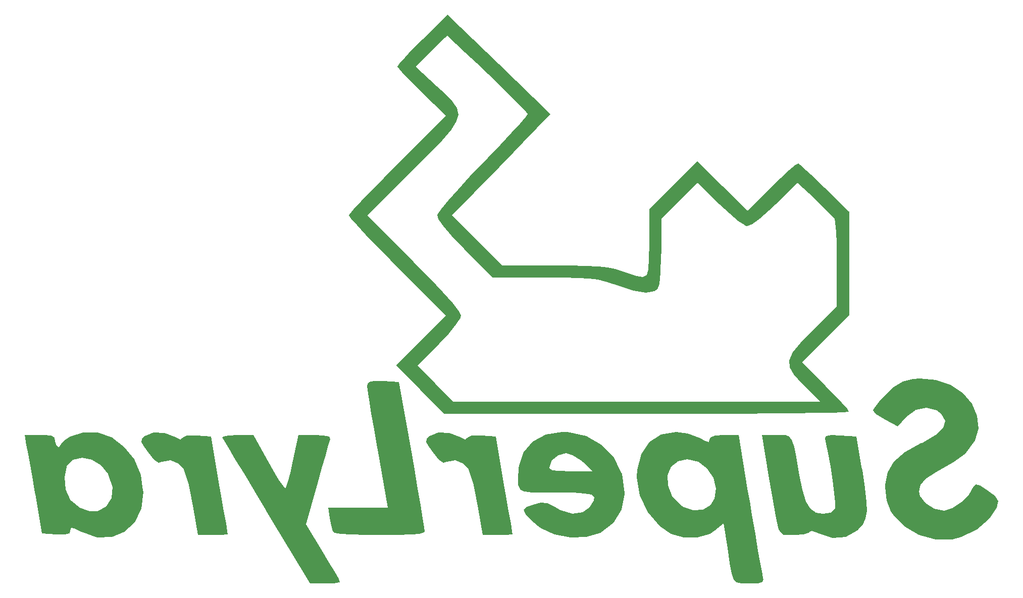
<source format=gbp>
G04 #@! TF.GenerationSoftware,KiCad,Pcbnew,(5.1.10)-1*
G04 #@! TF.CreationDate,2021-10-09T22:27:19+01:00*
G04 #@! TF.ProjectId,superlyra-hs-backplate,73757065-726c-4797-9261-2d68732d6261,0.1*
G04 #@! TF.SameCoordinates,Original*
G04 #@! TF.FileFunction,Paste,Bot*
G04 #@! TF.FilePolarity,Positive*
%FSLAX46Y46*%
G04 Gerber Fmt 4.6, Leading zero omitted, Abs format (unit mm)*
G04 Created by KiCad (PCBNEW (5.1.10)-1) date 2021-10-09 22:27:19*
%MOMM*%
%LPD*%
G01*
G04 APERTURE LIST*
%ADD10C,0.100000*%
G04 APERTURE END LIST*
D10*
G04 #@! TO.C,H25*
G36*
X199492190Y-149610904D02*
G01*
X199491252Y-149610619D01*
X199490387Y-149610157D01*
X199489619Y-149609525D01*
X195449103Y-145545171D01*
X191408588Y-141480818D01*
X191407968Y-141480059D01*
X191407509Y-141479193D01*
X191407227Y-141478254D01*
X191407134Y-141477278D01*
X191407233Y-141476303D01*
X191407520Y-141475366D01*
X191407985Y-141474503D01*
X191408589Y-141473767D01*
X195585698Y-137274845D01*
X199759289Y-133079462D01*
X191637144Y-124969217D01*
X191637136Y-124969209D01*
X190430943Y-123759027D01*
X190430917Y-123759001D01*
X188212731Y-121501102D01*
X188212693Y-121501063D01*
X186309341Y-119521058D01*
X186309290Y-119521003D01*
X184823083Y-117927596D01*
X184822986Y-117927490D01*
X183856234Y-116829390D01*
X183855887Y-116828948D01*
X183510900Y-116334861D01*
X183510421Y-116334007D01*
X183510117Y-116333075D01*
X183510001Y-116332101D01*
X183510077Y-116331124D01*
X183510342Y-116330181D01*
X183510600Y-116329625D01*
X183601089Y-116161891D01*
X183601635Y-116161079D01*
X184274039Y-115347791D01*
X184274199Y-115347608D01*
X185516638Y-113985261D01*
X185516705Y-113985189D01*
X187226897Y-112182456D01*
X187226939Y-112182411D01*
X189302601Y-110047965D01*
X189302636Y-110047930D01*
X191641486Y-107690446D01*
X191641503Y-107690429D01*
X199767941Y-99575898D01*
X195705558Y-95642364D01*
X195705526Y-95642333D01*
X194290273Y-94247077D01*
X194290197Y-94247000D01*
X192916723Y-92833489D01*
X192916600Y-92833358D01*
X191983415Y-91801215D01*
X191983026Y-91800727D01*
X191638902Y-91308500D01*
X191638422Y-91307645D01*
X191638118Y-91306714D01*
X191638001Y-91305740D01*
X191638077Y-91304763D01*
X191638341Y-91303819D01*
X191638859Y-91302834D01*
X191940181Y-90857380D01*
X191940571Y-90856875D01*
X192834870Y-89842080D01*
X192834992Y-89841947D01*
X194179578Y-88422983D01*
X194179654Y-88422904D01*
X195830447Y-86756059D01*
X195830482Y-86756024D01*
X200021482Y-82606033D01*
X200022243Y-82605415D01*
X200023109Y-82604957D01*
X200024049Y-82604677D01*
X200025025Y-82604586D01*
X200026000Y-82604687D01*
X200026936Y-82604976D01*
X200027798Y-82605442D01*
X200028483Y-82605999D01*
X208629621Y-90957995D01*
X217230758Y-99309991D01*
X217231391Y-99310739D01*
X217231866Y-99311597D01*
X217232164Y-99312531D01*
X217232274Y-99313505D01*
X217232193Y-99314481D01*
X217231922Y-99315423D01*
X217231473Y-99316294D01*
X217230873Y-99317050D01*
X212696438Y-104016261D01*
X212696435Y-104016264D01*
X211037353Y-105732572D01*
X211037348Y-105732578D01*
X208677264Y-108166524D01*
X208677258Y-108166529D01*
X206376759Y-110531838D01*
X206376752Y-110531845D01*
X204458185Y-112496693D01*
X204458180Y-112496699D01*
X200757838Y-116274374D01*
X204952236Y-120490674D01*
X209148648Y-124709000D01*
X217841274Y-124709000D01*
X220458101Y-124718149D01*
X220458174Y-124718150D01*
X223196937Y-124767605D01*
X223197107Y-124767611D01*
X225269934Y-124875609D01*
X225270243Y-124875634D01*
X226876779Y-125059590D01*
X226877223Y-125059662D01*
X228217116Y-125336989D01*
X228217561Y-125337102D01*
X229490458Y-125725217D01*
X229490635Y-125725275D01*
X230102591Y-125937092D01*
X231729053Y-126471647D01*
X232792362Y-126637164D01*
X233412272Y-126306585D01*
X233711858Y-125349331D01*
X233808753Y-123633506D01*
X233821602Y-121030975D01*
X233841203Y-115315983D01*
X233841302Y-115315008D01*
X233841590Y-115314071D01*
X233842055Y-115313208D01*
X233842661Y-115312471D01*
X241925123Y-107200599D01*
X241925880Y-107199976D01*
X241926743Y-107199512D01*
X241927681Y-107199226D01*
X241928656Y-107199128D01*
X241929632Y-107199222D01*
X241930570Y-107199505D01*
X241931435Y-107199966D01*
X241932191Y-107200583D01*
X246137627Y-111384173D01*
X250339516Y-115564235D01*
X254379771Y-111500144D01*
X254379813Y-111500103D01*
X255852436Y-110053155D01*
X255852536Y-110053058D01*
X257280475Y-108726177D01*
X257280651Y-108726021D01*
X258318311Y-107848989D01*
X258319012Y-107848494D01*
X258808531Y-107561702D01*
X258809421Y-107561292D01*
X258810374Y-107561063D01*
X258811353Y-107561025D01*
X258812321Y-107561178D01*
X258813241Y-107561518D01*
X258814088Y-107562039D01*
X259207874Y-107862006D01*
X259208183Y-107862262D01*
X260197512Y-108750032D01*
X260197600Y-108750112D01*
X261604986Y-110074790D01*
X261605038Y-110074840D01*
X263268489Y-111686435D01*
X263268512Y-111686457D01*
X267338502Y-115680483D01*
X267339131Y-115681235D01*
X267339601Y-115682095D01*
X267339895Y-115683030D01*
X267340000Y-115684052D01*
X267340000Y-131593758D01*
X265297998Y-131593758D01*
X265290222Y-124471938D01*
X265286651Y-123620806D01*
X265243477Y-121097678D01*
X265159549Y-118991351D01*
X265044846Y-117501801D01*
X264909558Y-116829549D01*
X264852790Y-116758188D01*
X264190145Y-116061319D01*
X263034468Y-114927120D01*
X261595623Y-113562518D01*
X258657235Y-110817962D01*
X254986642Y-114464057D01*
X254986576Y-114464121D01*
X253936145Y-115470178D01*
X253935965Y-115470343D01*
X252362006Y-116836718D01*
X252361686Y-116836973D01*
X251091123Y-117769217D01*
X251090206Y-117769750D01*
X250319041Y-118114564D01*
X250318111Y-118114875D01*
X250317139Y-118114998D01*
X250316161Y-118114929D01*
X250315398Y-118114737D01*
X249896706Y-117973157D01*
X249895548Y-117972589D01*
X248785745Y-117237974D01*
X248785324Y-117237662D01*
X247298146Y-116011121D01*
X247297907Y-116010911D01*
X245628134Y-114444958D01*
X245628030Y-114444858D01*
X241938209Y-110779663D01*
X238892125Y-113793962D01*
X235844000Y-116810281D01*
X235844000Y-122437516D01*
X235841279Y-123149569D01*
X235841277Y-123149703D01*
X235755718Y-125949800D01*
X235755690Y-125950192D01*
X235552380Y-127802882D01*
X235552109Y-127804047D01*
X235234100Y-128678109D01*
X235233676Y-128678992D01*
X235233088Y-128679776D01*
X235232177Y-128680557D01*
X234682732Y-129047405D01*
X234681868Y-129047867D01*
X234680670Y-129048196D01*
X233286450Y-129249359D01*
X233285471Y-129249403D01*
X233284921Y-129249343D01*
X231230597Y-128909974D01*
X231229903Y-128909808D01*
X228421267Y-128020766D01*
X228421098Y-128020709D01*
X227817666Y-127805711D01*
X226516047Y-127392356D01*
X225244450Y-127103200D01*
X223793606Y-126916340D01*
X221954186Y-126809913D01*
X219517091Y-126762085D01*
X216273151Y-126751000D01*
X207624934Y-126751000D01*
X207623959Y-126750904D01*
X207623021Y-126750619D01*
X207622156Y-126750157D01*
X207621391Y-126749528D01*
X202887599Y-121995970D01*
X202887598Y-121995969D01*
X202822451Y-121930508D01*
X202822396Y-121930452D01*
X200691998Y-119721991D01*
X200691819Y-119721795D01*
X199274095Y-118086158D01*
X199273723Y-118085672D01*
X198505855Y-116943261D01*
X198505391Y-116942398D01*
X198505152Y-116941676D01*
X198324322Y-116212889D01*
X198324180Y-116211919D01*
X198324231Y-116210940D01*
X198324492Y-116209932D01*
X198372417Y-116081890D01*
X198372985Y-116080803D01*
X198960820Y-115229056D01*
X198961077Y-115228716D01*
X200124773Y-113817058D01*
X200124883Y-113816929D01*
X201756351Y-111968775D01*
X201756422Y-111968696D01*
X203747575Y-109807462D01*
X203747634Y-109807399D01*
X205990382Y-107456500D01*
X205990406Y-107456474D01*
X206750102Y-106671206D01*
X206750103Y-106671207D01*
X208897212Y-104427690D01*
X210747856Y-102458554D01*
X212198317Y-100876374D01*
X213144534Y-99794108D01*
X213480811Y-99327140D01*
X213189029Y-98932317D01*
X212262039Y-97940666D01*
X210816595Y-96482836D01*
X208970439Y-94677396D01*
X206841448Y-92643027D01*
X204877814Y-90786426D01*
X202981748Y-88993273D01*
X202981747Y-88993272D01*
X201463167Y-87556641D01*
X201463166Y-87556640D01*
X200442361Y-86590329D01*
X200442356Y-86590325D01*
X200040655Y-86209121D01*
X200024050Y-86205745D01*
X199533293Y-86556279D01*
X198552357Y-87447992D01*
X197269543Y-88711503D01*
X194655863Y-91366735D01*
X198229209Y-94638706D01*
X198229227Y-94638723D01*
X199653346Y-95955733D01*
X199653541Y-95955924D01*
X200851060Y-97191087D01*
X200851622Y-97191782D01*
X201582884Y-98281906D01*
X201583348Y-98282769D01*
X201583621Y-98283642D01*
X201813050Y-99352523D01*
X201813160Y-99353497D01*
X201812997Y-99354843D01*
X201505020Y-100526280D01*
X201504679Y-100527199D01*
X201504414Y-100527675D01*
X200623455Y-101925467D01*
X200623031Y-101926044D01*
X199133516Y-103673989D01*
X199133316Y-103674209D01*
X196999670Y-105896105D01*
X196999603Y-105896174D01*
X194186252Y-108715818D01*
X194186246Y-108715824D01*
X186569497Y-116319876D01*
X194440251Y-124202179D01*
X194440280Y-124202208D01*
X197042158Y-126850777D01*
X197042228Y-126850850D01*
X199252871Y-129194087D01*
X199252974Y-129194199D01*
X200911273Y-131062693D01*
X200911459Y-131062916D01*
X201953389Y-132384432D01*
X201953909Y-132385239D01*
X202315446Y-133087541D01*
X202315807Y-133088453D01*
X202315983Y-133089417D01*
X202315968Y-133090397D01*
X202315753Y-133091384D01*
X202183548Y-133495810D01*
X202182977Y-133496997D01*
X201456932Y-134604657D01*
X201456611Y-134605093D01*
X200227947Y-136097888D01*
X200227733Y-136098131D01*
X198645959Y-137784866D01*
X198645859Y-137784970D01*
X194980664Y-141474791D01*
X197994963Y-144520875D01*
X201011282Y-147569000D01*
X262462329Y-147569000D01*
X259821089Y-144894538D01*
X259821076Y-144894524D01*
X259437487Y-144503018D01*
X259437330Y-144502851D01*
X258102640Y-143009460D01*
X258102044Y-143008638D01*
X257383145Y-141770021D01*
X257382738Y-141769129D01*
X257382479Y-141767829D01*
X257307832Y-140597747D01*
X257307866Y-140596768D01*
X257308090Y-140595814D01*
X257308287Y-140595323D01*
X257906352Y-139307536D01*
X257907014Y-139306480D01*
X259206253Y-137714750D01*
X259206545Y-137714422D01*
X261235419Y-135632510D01*
X261235475Y-135632454D01*
X265297998Y-131593758D01*
X267340000Y-131593758D01*
X267340000Y-133073522D01*
X267339904Y-133074497D01*
X267339619Y-133075435D01*
X267339157Y-133076300D01*
X267338546Y-133077047D01*
X259491886Y-140970000D01*
X263413464Y-144914713D01*
X263413493Y-144914742D01*
X264743395Y-146274468D01*
X264743463Y-146274539D01*
X266087140Y-147703817D01*
X266087253Y-147703941D01*
X267001358Y-148743987D01*
X267001717Y-148744448D01*
X267339115Y-149233398D01*
X267339590Y-149234256D01*
X267339889Y-149235189D01*
X267339999Y-149236163D01*
X267339918Y-149237140D01*
X267339648Y-149238082D01*
X267339198Y-149238953D01*
X267338588Y-149239720D01*
X267337840Y-149240353D01*
X267336982Y-149240828D01*
X267336243Y-149241081D01*
X267213728Y-149272535D01*
X267212802Y-149272682D01*
X266247073Y-149334007D01*
X266246911Y-149334015D01*
X264389567Y-149391524D01*
X264389511Y-149391525D01*
X261723782Y-149444309D01*
X261723753Y-149444310D01*
X258332868Y-149491463D01*
X258332848Y-149491463D01*
X254300038Y-149532076D01*
X254300024Y-149532076D01*
X249708517Y-149565244D01*
X249708505Y-149565244D01*
X244641532Y-149590059D01*
X244641522Y-149590059D01*
X239182313Y-149605613D01*
X239182304Y-149605613D01*
X233414088Y-149611000D01*
X199493165Y-149611000D01*
X199492190Y-149610904D01*
G37*
G36*
X281865641Y-170650782D02*
G01*
X281864343Y-170650603D01*
X279090978Y-169888530D01*
X279089829Y-169888054D01*
X276609543Y-168475450D01*
X276608415Y-168474573D01*
X274714692Y-166508041D01*
X274714067Y-166507243D01*
X274337649Y-165911409D01*
X274337236Y-165910601D01*
X273627884Y-164142904D01*
X273627545Y-164141505D01*
X273426021Y-161973515D01*
X273426001Y-161972957D01*
X273433783Y-161561389D01*
X273433861Y-161560601D01*
X273817679Y-159421820D01*
X273817945Y-159420877D01*
X273818286Y-159420176D01*
X274864429Y-157634173D01*
X274865005Y-157633380D01*
X274865473Y-157632918D01*
X276690723Y-156054698D01*
X276691560Y-156054112D01*
X279412696Y-154538675D01*
X279412962Y-154538537D01*
X279549756Y-154472749D01*
X281822397Y-153178653D01*
X283109296Y-151959969D01*
X283435612Y-150783136D01*
X282826926Y-149611321D01*
X282005588Y-148962116D01*
X280362429Y-148557791D01*
X278592953Y-148959081D01*
X276967599Y-150142093D01*
X275521567Y-151690076D01*
X275520831Y-151690723D01*
X275519983Y-151691215D01*
X275519055Y-151691531D01*
X275518083Y-151691660D01*
X275517105Y-151691597D01*
X275516158Y-151691345D01*
X275515641Y-151691117D01*
X273456185Y-150640461D01*
X273456044Y-150640386D01*
X272857763Y-150310726D01*
X272857301Y-150310438D01*
X271810466Y-149574902D01*
X271809724Y-149574263D01*
X271809347Y-149573820D01*
X271395006Y-149023842D01*
X271394496Y-149023005D01*
X271394159Y-149022084D01*
X271394008Y-149021116D01*
X271394049Y-149020137D01*
X271394280Y-149019184D01*
X271394484Y-149018686D01*
X271621806Y-148540618D01*
X271622373Y-148539698D01*
X272409778Y-147525820D01*
X272410065Y-147525482D01*
X273566087Y-146282162D01*
X273566389Y-146281864D01*
X274871640Y-145097417D01*
X274872424Y-145096835D01*
X276358228Y-144203530D01*
X276359546Y-144202976D01*
X278049610Y-143763518D01*
X278050392Y-143763380D01*
X279241000Y-143649623D01*
X279241919Y-143649620D01*
X281976746Y-143892666D01*
X281978006Y-143892945D01*
X284398647Y-144769597D01*
X284399773Y-144770175D01*
X286411440Y-146150448D01*
X286412402Y-146151311D01*
X287920306Y-147905218D01*
X287921066Y-147906406D01*
X288830417Y-149903960D01*
X288830733Y-149904888D01*
X288830840Y-149905523D01*
X289046850Y-152016736D01*
X289046854Y-152017716D01*
X289046699Y-152018562D01*
X288474579Y-154113450D01*
X288474230Y-154114366D01*
X288473762Y-154115125D01*
X287018721Y-156063699D01*
X287018029Y-156064451D01*
X286563792Y-156466430D01*
X286563440Y-156466714D01*
X284865119Y-157715518D01*
X284864686Y-157715804D01*
X283085529Y-158758740D01*
X283085310Y-158758860D01*
X281821682Y-159417187D01*
X280172927Y-160496337D01*
X279287751Y-161513442D01*
X279024149Y-162601844D01*
X279231340Y-163429592D01*
X280178182Y-164613815D01*
X281607348Y-165505120D01*
X283202779Y-165856983D01*
X283292617Y-165854248D01*
X284639992Y-165410386D01*
X286145155Y-164401064D01*
X287462131Y-163104413D01*
X288245201Y-161798692D01*
X288265206Y-161742437D01*
X288265623Y-161741550D01*
X288266499Y-161740463D01*
X288597697Y-161430184D01*
X288598474Y-161429587D01*
X288599353Y-161429154D01*
X288600300Y-161428900D01*
X288601278Y-161428836D01*
X288602543Y-161429041D01*
X289310460Y-161640022D01*
X289311634Y-161640545D01*
X290605069Y-162428902D01*
X290605487Y-162429186D01*
X291844802Y-163368520D01*
X291845522Y-163369186D01*
X291846084Y-163369956D01*
X292382752Y-164275679D01*
X292383166Y-164276567D01*
X292383400Y-164277519D01*
X292383443Y-164278499D01*
X292383312Y-164279394D01*
X292127604Y-165345217D01*
X292127283Y-165346144D01*
X292126880Y-165346858D01*
X291109989Y-166846061D01*
X291109723Y-166846417D01*
X290702803Y-167344630D01*
X290702206Y-167345245D01*
X288775843Y-169015269D01*
X288774751Y-169015989D01*
X286173105Y-170278801D01*
X286172145Y-170279151D01*
X284639847Y-170665569D01*
X284638597Y-170665721D01*
X281865641Y-170650782D01*
G37*
G36*
X264575790Y-170413419D02*
G01*
X264574846Y-170413215D01*
X262228252Y-169663717D01*
X262227527Y-169663421D01*
X262088529Y-169593520D01*
X261115367Y-169252091D01*
X260733950Y-169409146D01*
X260566022Y-169594897D01*
X260565297Y-169595556D01*
X260564456Y-169596061D01*
X260563582Y-169596380D01*
X259647666Y-169836779D01*
X259646722Y-169836932D01*
X258201004Y-169930989D01*
X258200731Y-169931000D01*
X257894785Y-169934202D01*
X257044633Y-169954512D01*
X257044003Y-169954487D01*
X256412335Y-169889610D01*
X256411375Y-169889415D01*
X256410289Y-169888933D01*
X255938987Y-169608414D01*
X255938198Y-169607832D01*
X255937537Y-169607108D01*
X255937236Y-169606655D01*
X255568160Y-168980039D01*
X255567672Y-168978914D01*
X255242681Y-167875748D01*
X255242572Y-167875307D01*
X254903527Y-166165138D01*
X254903501Y-166164994D01*
X254492261Y-163717366D01*
X254492257Y-163717344D01*
X253950683Y-160401806D01*
X253950684Y-160401806D01*
X252755715Y-153162814D01*
X252755651Y-153161836D01*
X252755779Y-153160864D01*
X252756094Y-153159936D01*
X252756584Y-153159088D01*
X252757230Y-153158351D01*
X252758008Y-153157754D01*
X252758887Y-153157320D01*
X252759834Y-153157067D01*
X252760648Y-153157000D01*
X255187570Y-153157000D01*
X255738383Y-153154703D01*
X255738599Y-153154707D01*
X256671160Y-153191149D01*
X256672131Y-153191283D01*
X256672620Y-153191427D01*
X257316216Y-153417243D01*
X257317105Y-153417657D01*
X257317896Y-153418236D01*
X257318502Y-153418884D01*
X257768982Y-153995806D01*
X257769507Y-153996634D01*
X257769797Y-153997341D01*
X258123007Y-155087097D01*
X258123154Y-155087661D01*
X258474944Y-156851981D01*
X258474969Y-156852113D01*
X258921187Y-159452728D01*
X258921187Y-159452731D01*
X258924799Y-159473838D01*
X259489691Y-162325990D01*
X260095919Y-164302113D01*
X260824511Y-165540888D01*
X261756518Y-166181957D01*
X262974389Y-166364949D01*
X264225581Y-166191040D01*
X264996021Y-165548524D01*
X265016124Y-165472373D01*
X265023425Y-164519761D01*
X264875366Y-162866598D01*
X264606832Y-160764426D01*
X264252768Y-158464675D01*
X263848113Y-156218594D01*
X263427786Y-154277350D01*
X263427748Y-154277153D01*
X263322514Y-153675044D01*
X263322440Y-153674066D01*
X263322559Y-153673093D01*
X263323069Y-153671754D01*
X263528666Y-153301932D01*
X263529224Y-153301126D01*
X263529928Y-153300444D01*
X263530752Y-153299913D01*
X263531664Y-153299553D01*
X263532350Y-153299408D01*
X264303321Y-153192627D01*
X264304208Y-153192584D01*
X265864444Y-153255296D01*
X265864529Y-153255300D01*
X268582325Y-153411008D01*
X268583293Y-153411160D01*
X268584214Y-153411498D01*
X268585050Y-153412008D01*
X268585771Y-153412672D01*
X268586348Y-153413464D01*
X268586760Y-153414354D01*
X268586967Y-153415157D01*
X269455873Y-158495157D01*
X269455874Y-158495162D01*
X269547167Y-159031871D01*
X269547176Y-159031926D01*
X270029953Y-162076320D01*
X270029982Y-162076532D01*
X270289106Y-164329778D01*
X270289138Y-164330269D01*
X270315307Y-165968230D01*
X270315229Y-165969197D01*
X270099143Y-167167731D01*
X270098694Y-167169081D01*
X269631051Y-168104050D01*
X269630370Y-168105073D01*
X268901868Y-168952336D01*
X268901522Y-168952699D01*
X268701037Y-169143344D01*
X268700070Y-169144064D01*
X266790357Y-170233802D01*
X266789462Y-170234202D01*
X266788282Y-170234443D01*
X264576770Y-170413436D01*
X264575790Y-170413419D01*
G37*
G36*
X250350654Y-178059613D02*
G01*
X249251456Y-178037934D01*
X249250349Y-178037787D01*
X248503055Y-177851976D01*
X248502131Y-177851648D01*
X248501289Y-177851145D01*
X248500662Y-177850595D01*
X248001446Y-177333049D01*
X248000838Y-177332280D01*
X248000324Y-177331226D01*
X247645360Y-176314344D01*
X247645166Y-176313614D01*
X247330630Y-174629793D01*
X247330600Y-174629617D01*
X246952663Y-172111255D01*
X246952662Y-172111247D01*
X246335393Y-167954616D01*
X244863255Y-169193339D01*
X244862757Y-169193708D01*
X243992918Y-169757917D01*
X243991624Y-169758514D01*
X241901811Y-170380882D01*
X241900379Y-170381090D01*
X239590876Y-170378557D01*
X239589900Y-170378460D01*
X239589406Y-170378335D01*
X237463298Y-169722130D01*
X237462395Y-169721750D01*
X237461962Y-169721487D01*
X235631244Y-168477126D01*
X235630294Y-168476285D01*
X233586425Y-166142724D01*
X233585669Y-166141574D01*
X232249292Y-163325550D01*
X232248870Y-163324182D01*
X231770061Y-160274775D01*
X231770006Y-160273744D01*
X231834962Y-158999588D01*
X231835109Y-158998617D01*
X232508132Y-156338481D01*
X232508464Y-156337559D01*
X232508836Y-156336907D01*
X233857951Y-154340866D01*
X233858577Y-154340112D01*
X233859398Y-154339455D01*
X235817583Y-153085517D01*
X235818456Y-153085072D01*
X235819424Y-153084802D01*
X238319654Y-152650972D01*
X238321085Y-152650931D01*
X240299525Y-152880543D01*
X240300750Y-152880846D01*
X242317801Y-153659768D01*
X242318462Y-153660080D01*
X243215557Y-154167595D01*
X243810352Y-154313223D01*
X243962305Y-153914810D01*
X244085021Y-153562236D01*
X244085432Y-153561347D01*
X244086009Y-153560554D01*
X244086730Y-153559890D01*
X244087799Y-153559273D01*
X244824274Y-153248506D01*
X244825210Y-153248216D01*
X244825926Y-153248122D01*
X246385207Y-153157009D01*
X246385499Y-153157000D01*
X248803998Y-153157000D01*
X248804973Y-153157096D01*
X248805911Y-153157381D01*
X248806776Y-153157843D01*
X248807534Y-153158464D01*
X248808155Y-153159222D01*
X248808617Y-153160087D01*
X248808929Y-153161173D01*
X250309642Y-162107088D01*
X250309833Y-162108227D01*
X245036895Y-162108227D01*
X244572336Y-160337673D01*
X243533293Y-158773095D01*
X242043068Y-157656923D01*
X240224808Y-157231117D01*
X238711036Y-157537705D01*
X237521228Y-158511566D01*
X236931454Y-159949903D01*
X236973090Y-161643561D01*
X237677687Y-163382792D01*
X239076768Y-164957903D01*
X239569363Y-165287761D01*
X241196162Y-165786773D01*
X242860138Y-165666350D01*
X244138668Y-164929303D01*
X244804048Y-163842496D01*
X245036895Y-162108227D01*
X250309833Y-162108227D01*
X250747661Y-164718170D01*
X251052183Y-166526224D01*
X251598341Y-169731977D01*
X252086882Y-172553050D01*
X252490663Y-174835031D01*
X252782531Y-176423452D01*
X252935350Y-177163937D01*
X252979575Y-177359365D01*
X252979696Y-177360338D01*
X252979626Y-177361316D01*
X252979507Y-177361839D01*
X252853763Y-177803153D01*
X252853403Y-177804065D01*
X252852872Y-177804889D01*
X252852191Y-177805594D01*
X252851385Y-177806152D01*
X252850336Y-177806588D01*
X252144108Y-178009755D01*
X252142889Y-178009947D01*
X250639629Y-178058997D01*
X250639477Y-178059000D01*
X250350764Y-178059614D01*
X250350654Y-178059613D01*
G37*
G36*
X220619901Y-170360054D02*
G01*
X217952179Y-169847339D01*
X217950987Y-169846950D01*
X215697630Y-168782495D01*
X215696813Y-168782009D01*
X215169535Y-168396075D01*
X215169236Y-168395838D01*
X213908231Y-167316000D01*
X213907728Y-167315503D01*
X213109347Y-166407191D01*
X213108828Y-166406484D01*
X213030302Y-166277095D01*
X213029873Y-166276198D01*
X212803657Y-165649268D01*
X212803416Y-165648318D01*
X212803365Y-165647339D01*
X212803507Y-165646369D01*
X212803834Y-165645445D01*
X212804336Y-165644603D01*
X212804764Y-165644097D01*
X213203645Y-165231150D01*
X213204392Y-165230515D01*
X213205590Y-165229904D01*
X214411643Y-164808138D01*
X214412147Y-164807991D01*
X215649232Y-164516415D01*
X215650203Y-164516285D01*
X215650854Y-164516305D01*
X216774137Y-164623395D01*
X216775098Y-164623583D01*
X216775937Y-164623920D01*
X218091467Y-165296243D01*
X218091532Y-165296276D01*
X218990694Y-165772432D01*
X220962069Y-166324222D01*
X222660444Y-166145003D01*
X223868548Y-165237452D01*
X223983786Y-165071506D01*
X224525030Y-164173183D01*
X224624156Y-163553400D01*
X224170147Y-163158342D01*
X223043165Y-162936564D01*
X221128721Y-162840049D01*
X218312972Y-162819000D01*
X216357945Y-162822683D01*
X216357869Y-162822683D01*
X214252633Y-162794592D01*
X214252126Y-162794559D01*
X212900784Y-162638292D01*
X212899826Y-162638084D01*
X212899089Y-162637781D01*
X212146454Y-162254514D01*
X212145628Y-162253985D01*
X212144922Y-162253306D01*
X212144361Y-162252502D01*
X212144140Y-162252056D01*
X211835022Y-161542963D01*
X211834720Y-161542030D01*
X211834606Y-161541057D01*
X211813817Y-160407313D01*
X211813827Y-160406883D01*
X211926177Y-158749662D01*
X211926190Y-158749511D01*
X211970656Y-158296665D01*
X211970889Y-158295570D01*
X212739193Y-155994618D01*
X212739593Y-155993724D01*
X212740166Y-155992918D01*
X214291271Y-154212225D01*
X214291984Y-154211552D01*
X214292726Y-154211077D01*
X216494797Y-153060892D01*
X216495706Y-153060526D01*
X216496368Y-153060380D01*
X219217573Y-152650954D01*
X219218493Y-152650901D01*
X220113650Y-152682367D01*
X220114524Y-152682475D01*
X223254657Y-153356880D01*
X223255590Y-153357179D01*
X223256031Y-153357396D01*
X225904052Y-154825214D01*
X225904859Y-154825771D01*
X225905254Y-154826144D01*
X227945046Y-156974611D01*
X227945648Y-156975385D01*
X227945920Y-156975875D01*
X229034263Y-159223269D01*
X224396130Y-159223269D01*
X222746703Y-157722881D01*
X222334878Y-157377884D01*
X220994085Y-156547119D01*
X219865178Y-156215184D01*
X218582083Y-156541756D01*
X217492844Y-157415040D01*
X217048228Y-158532671D01*
X217096579Y-158738092D01*
X217582249Y-159044249D01*
X218734259Y-159200183D01*
X220726032Y-159238108D01*
X224396130Y-159223269D01*
X229034263Y-159223269D01*
X229035604Y-159226038D01*
X229261364Y-159692226D01*
X229261703Y-159693146D01*
X229261809Y-159693664D01*
X229736789Y-162865134D01*
X229736844Y-162865902D01*
X229735970Y-163026407D01*
X229735877Y-163027342D01*
X229216804Y-165675872D01*
X229216522Y-165676810D01*
X229216146Y-165677545D01*
X227823524Y-167923272D01*
X227822929Y-167924050D01*
X227822321Y-167924602D01*
X225671920Y-169576426D01*
X225671151Y-169576913D01*
X225618844Y-169603662D01*
X225617990Y-169604003D01*
X223308650Y-170289376D01*
X223307358Y-170289581D01*
X220620976Y-170360142D01*
X220619901Y-170360054D01*
G37*
G36*
X205959935Y-169930904D02*
G01*
X205958997Y-169930619D01*
X205958132Y-169930157D01*
X205957374Y-169929536D01*
X205956753Y-169928778D01*
X205956291Y-169927913D01*
X205955985Y-169926863D01*
X205088529Y-164973868D01*
X204849997Y-163701977D01*
X204379145Y-161573555D01*
X203915405Y-159884575D01*
X203531719Y-158918213D01*
X202696035Y-157994933D01*
X201317700Y-157406010D01*
X199942619Y-157653782D01*
X199938564Y-157656044D01*
X199937666Y-157656435D01*
X199937093Y-157656583D01*
X199284151Y-157784836D01*
X199283175Y-157784930D01*
X199282200Y-157784832D01*
X199281263Y-157784545D01*
X199280400Y-157784081D01*
X198565510Y-157304168D01*
X198564754Y-157303545D01*
X198564401Y-157303150D01*
X197575314Y-156073166D01*
X197575130Y-156072923D01*
X196929170Y-155160750D01*
X196928880Y-155160289D01*
X196454607Y-154307039D01*
X196454217Y-154306140D01*
X196454010Y-154305182D01*
X196453996Y-154304180D01*
X196498574Y-153788298D01*
X196498753Y-153787334D01*
X196499117Y-153786424D01*
X196499652Y-153785603D01*
X196500194Y-153785027D01*
X197005281Y-153326343D01*
X197006067Y-153325758D01*
X197006773Y-153325407D01*
X198427231Y-152752848D01*
X198428171Y-152752572D01*
X198429158Y-152752485D01*
X200305153Y-152774081D01*
X200306127Y-152774189D01*
X200306923Y-152774427D01*
X202076702Y-153469771D01*
X202077118Y-153469957D01*
X202988757Y-153927805D01*
X203322583Y-153697563D01*
X203350274Y-153581701D01*
X203350594Y-153580774D01*
X203351089Y-153579928D01*
X203351739Y-153579195D01*
X203352520Y-153578602D01*
X203353148Y-153578276D01*
X204064886Y-153269696D01*
X204065819Y-153269396D01*
X204066835Y-153269283D01*
X205714256Y-153256166D01*
X205714620Y-153256176D01*
X208101915Y-153411010D01*
X208102882Y-153411169D01*
X208103799Y-153411514D01*
X208104632Y-153412031D01*
X208105348Y-153412701D01*
X208105919Y-153413497D01*
X208106325Y-153414390D01*
X208106518Y-153415148D01*
X209511344Y-161543148D01*
X209835771Y-163420841D01*
X209835771Y-163420842D01*
X210267640Y-165922597D01*
X210267640Y-165922599D01*
X210614151Y-167932597D01*
X210614152Y-167932599D01*
X210846043Y-169281048D01*
X210846044Y-169281056D01*
X210934051Y-169798161D01*
X210934120Y-169799139D01*
X210933997Y-169800111D01*
X210933686Y-169801041D01*
X210933201Y-169801892D01*
X210932558Y-169802632D01*
X210931783Y-169803233D01*
X210930523Y-169803800D01*
X210778229Y-169848258D01*
X210777159Y-169848447D01*
X209884086Y-169907753D01*
X209883836Y-169907763D01*
X208454036Y-169930999D01*
X208453955Y-169931000D01*
X205960910Y-169931000D01*
X205959935Y-169930904D01*
G37*
G36*
X186429224Y-169921188D02*
G01*
X186429134Y-169921187D01*
X183854546Y-169863094D01*
X183854320Y-169863083D01*
X182120212Y-169745261D01*
X182119636Y-169745189D01*
X181119818Y-169559028D01*
X181118876Y-169558755D01*
X181117844Y-169558193D01*
X180746127Y-169295081D01*
X180745387Y-169294439D01*
X180744785Y-169293665D01*
X180744231Y-169292452D01*
X180741689Y-169284073D01*
X180741607Y-169283768D01*
X180521219Y-168348893D01*
X180521175Y-168348684D01*
X180264749Y-167005938D01*
X180264733Y-167005851D01*
X179979473Y-165354851D01*
X179979402Y-165353874D01*
X179979522Y-165352901D01*
X179979830Y-165351971D01*
X179980314Y-165351118D01*
X179980955Y-165350376D01*
X179981728Y-165349774D01*
X179982604Y-165349334D01*
X179983549Y-165349073D01*
X179984400Y-165349000D01*
X189976743Y-165349000D01*
X188271438Y-155575859D01*
X188271438Y-155575858D01*
X188225047Y-155309662D01*
X188225045Y-155309649D01*
X187699980Y-152248903D01*
X187699976Y-152248878D01*
X187243774Y-149504763D01*
X187243768Y-149504731D01*
X186883753Y-147248154D01*
X186883745Y-147248098D01*
X186647241Y-145649965D01*
X186647218Y-145649787D01*
X186561550Y-144881006D01*
X186561529Y-144880135D01*
X186576514Y-144644114D01*
X186576672Y-144643147D01*
X186577015Y-144642229D01*
X186577327Y-144641683D01*
X186850971Y-144225679D01*
X186851587Y-144224917D01*
X186852340Y-144224290D01*
X186853201Y-144223822D01*
X186854215Y-144223515D01*
X187657267Y-144071013D01*
X187658335Y-144070927D01*
X189230135Y-144113454D01*
X189230287Y-144113460D01*
X191897287Y-144267008D01*
X191898256Y-144267160D01*
X191899176Y-144267498D01*
X191900012Y-144268009D01*
X191900733Y-144268674D01*
X191901310Y-144269466D01*
X191901722Y-144270355D01*
X191901926Y-144271142D01*
X194025876Y-156463142D01*
X194025876Y-156463145D01*
X194447082Y-158889568D01*
X194447084Y-158889575D01*
X194999366Y-162099362D01*
X194999367Y-162099372D01*
X195473742Y-164889607D01*
X195473745Y-164889621D01*
X195845757Y-167115021D01*
X195845761Y-167115046D01*
X196090958Y-168630325D01*
X196090972Y-168630419D01*
X196184900Y-169290295D01*
X196184942Y-169291275D01*
X196184793Y-169292243D01*
X196184457Y-169293164D01*
X196183972Y-169293970D01*
X196021270Y-169514306D01*
X196020614Y-169515034D01*
X196019827Y-169515619D01*
X196018549Y-169516164D01*
X195293697Y-169711477D01*
X195292849Y-169711628D01*
X193885468Y-169839666D01*
X193885174Y-169839684D01*
X191684361Y-169909712D01*
X191684236Y-169909715D01*
X188579091Y-169931000D01*
X188579034Y-169931000D01*
X186429224Y-169921188D01*
G37*
G36*
X176967936Y-178058904D02*
G01*
X176966998Y-178058619D01*
X176966133Y-178058157D01*
X176965375Y-178057536D01*
X176964629Y-178056581D01*
X169696674Y-166000048D01*
X169508071Y-165687146D01*
X169508069Y-165687144D01*
X167618637Y-162548356D01*
X167618634Y-162548351D01*
X165909809Y-159702381D01*
X165909806Y-159702375D01*
X164450528Y-157264590D01*
X164450523Y-157264582D01*
X163309732Y-155350351D01*
X163309722Y-155350334D01*
X162556358Y-154075027D01*
X162556319Y-154074960D01*
X162259323Y-153553943D01*
X162258924Y-153553048D01*
X162258706Y-153552092D01*
X162258680Y-153551113D01*
X162258845Y-153550146D01*
X162259195Y-153549231D01*
X162259717Y-153548401D01*
X162260206Y-153547858D01*
X162422633Y-153392102D01*
X162423404Y-153391496D01*
X162424278Y-153391053D01*
X162425213Y-153390789D01*
X163336346Y-153227602D01*
X163337028Y-153227528D01*
X164803468Y-153169162D01*
X164803689Y-153169158D01*
X167513022Y-153181316D01*
X167513997Y-153181417D01*
X167514934Y-153181705D01*
X167515796Y-153182171D01*
X167516551Y-153182796D01*
X167517388Y-153183919D01*
X170000802Y-157730149D01*
X170770247Y-159097825D01*
X171736349Y-160688397D01*
X172463893Y-161733649D01*
X172832500Y-162052942D01*
X172914203Y-161934488D01*
X173230312Y-161033345D01*
X173645610Y-159474757D01*
X174092879Y-157500866D01*
X175003633Y-153160973D01*
X175003927Y-153160038D01*
X175004398Y-153159179D01*
X175005028Y-153158428D01*
X175005792Y-153157814D01*
X175006661Y-153157361D01*
X175007602Y-153157086D01*
X175008526Y-153157000D01*
X177792113Y-153157000D01*
X177792271Y-153157002D01*
X179185095Y-153201001D01*
X179185939Y-153201101D01*
X180167395Y-153401936D01*
X180168332Y-153402225D01*
X180169194Y-153402692D01*
X180169948Y-153403318D01*
X180170566Y-153404079D01*
X180170915Y-153404701D01*
X180354970Y-153794867D01*
X180355299Y-153795790D01*
X180355442Y-153796760D01*
X180355393Y-153797739D01*
X180355202Y-153798549D01*
X180316051Y-153918745D01*
X180030671Y-154880056D01*
X179546819Y-156562466D01*
X178920874Y-158768845D01*
X178209219Y-161302048D01*
X176289012Y-168168653D01*
X179141582Y-172872965D01*
X179141592Y-172872981D01*
X180093314Y-174456095D01*
X180093338Y-174456135D01*
X181077685Y-176128930D01*
X181077726Y-176129001D01*
X181747868Y-177311343D01*
X181748006Y-177311604D01*
X181995488Y-177815657D01*
X181995832Y-177816575D01*
X181995990Y-177817543D01*
X181995956Y-177818522D01*
X181995732Y-177819476D01*
X181995326Y-177820369D01*
X181994753Y-177821164D01*
X181994037Y-177821833D01*
X181993280Y-177822311D01*
X181830480Y-177905746D01*
X181829569Y-177906105D01*
X181828800Y-177906260D01*
X180920445Y-178015995D01*
X180919994Y-178016029D01*
X179480105Y-178058998D01*
X179479956Y-178059000D01*
X176968911Y-178059000D01*
X176967936Y-178058904D01*
G37*
G36*
X158207935Y-169930904D02*
G01*
X158206997Y-169930619D01*
X158206132Y-169930157D01*
X158205374Y-169929536D01*
X158204753Y-169928778D01*
X158204291Y-169927913D01*
X158203985Y-169926863D01*
X157336529Y-164973868D01*
X157097997Y-163701977D01*
X156627145Y-161573555D01*
X156163405Y-159884575D01*
X155779719Y-158918213D01*
X154944035Y-157994933D01*
X153565700Y-157406010D01*
X152190619Y-157653782D01*
X152186564Y-157656044D01*
X152185666Y-157656435D01*
X152185093Y-157656583D01*
X151532151Y-157784836D01*
X151531175Y-157784930D01*
X151530200Y-157784832D01*
X151529263Y-157784545D01*
X151528400Y-157784081D01*
X150813510Y-157304168D01*
X150812754Y-157303545D01*
X150812401Y-157303150D01*
X149823314Y-156073166D01*
X149823130Y-156072923D01*
X149177170Y-155160750D01*
X149176880Y-155160289D01*
X148702607Y-154307039D01*
X148702217Y-154306140D01*
X148702010Y-154305182D01*
X148701996Y-154304180D01*
X148746574Y-153788298D01*
X148746753Y-153787334D01*
X148747117Y-153786424D01*
X148747652Y-153785603D01*
X148748194Y-153785027D01*
X149253281Y-153326343D01*
X149254067Y-153325758D01*
X149254773Y-153325407D01*
X150675231Y-152752848D01*
X150676171Y-152752572D01*
X150677158Y-152752485D01*
X152553153Y-152774081D01*
X152554127Y-152774189D01*
X152554923Y-152774427D01*
X154324702Y-153469771D01*
X154325118Y-153469957D01*
X155236757Y-153927805D01*
X155570583Y-153697563D01*
X155598274Y-153581701D01*
X155598594Y-153580774D01*
X155599089Y-153579928D01*
X155599739Y-153579195D01*
X155600520Y-153578602D01*
X155601148Y-153578276D01*
X156312886Y-153269696D01*
X156313819Y-153269396D01*
X156314835Y-153269283D01*
X157962256Y-153256166D01*
X157962620Y-153256176D01*
X160349915Y-153411010D01*
X160350882Y-153411169D01*
X160351799Y-153411514D01*
X160352632Y-153412031D01*
X160353348Y-153412701D01*
X160353919Y-153413497D01*
X160354325Y-153414390D01*
X160354518Y-153415148D01*
X161759344Y-161543148D01*
X162083771Y-163420841D01*
X162083771Y-163420842D01*
X162515640Y-165922597D01*
X162515640Y-165922599D01*
X162862151Y-167932597D01*
X162862152Y-167932599D01*
X163094043Y-169281048D01*
X163094044Y-169281056D01*
X163182051Y-169798161D01*
X163182120Y-169799139D01*
X163181997Y-169800111D01*
X163181686Y-169801041D01*
X163181201Y-169801892D01*
X163180558Y-169802632D01*
X163179783Y-169803233D01*
X163178523Y-169803800D01*
X163026229Y-169848258D01*
X163025159Y-169848447D01*
X162132086Y-169907753D01*
X162131836Y-169907763D01*
X160702036Y-169930999D01*
X160701955Y-169931000D01*
X158208910Y-169931000D01*
X158207935Y-169930904D01*
G37*
G36*
X141239950Y-170302209D02*
G01*
X141239188Y-170302013D01*
X138674854Y-169421742D01*
X138674120Y-169421422D01*
X138585364Y-169373973D01*
X137432081Y-168815434D01*
X136908904Y-168765261D01*
X136783798Y-169192253D01*
X136783679Y-169192609D01*
X136616412Y-169636706D01*
X136615978Y-169637585D01*
X136615382Y-169638363D01*
X136614644Y-169639009D01*
X136613795Y-169639499D01*
X136613177Y-169639731D01*
X135892342Y-169857112D01*
X135891380Y-169857302D01*
X135890813Y-169857324D01*
X134392470Y-169831832D01*
X134392231Y-169831823D01*
X132005786Y-169676990D01*
X132004819Y-169676830D01*
X132003902Y-169676486D01*
X132003069Y-169675969D01*
X132002353Y-169675299D01*
X132001782Y-169674503D01*
X132001376Y-169673610D01*
X132001183Y-169672849D01*
X130863366Y-163068849D01*
X130817169Y-162800832D01*
X130817168Y-162800832D01*
X130363753Y-160181817D01*
X129949852Y-157810064D01*
X129949853Y-157810064D01*
X129619521Y-155936981D01*
X129416805Y-154813919D01*
X129416804Y-154813919D01*
X129108047Y-153162919D01*
X129107962Y-153161943D01*
X129108070Y-153160968D01*
X129108365Y-153160034D01*
X129108837Y-153159175D01*
X129109467Y-153158424D01*
X129110232Y-153157811D01*
X129111102Y-153157359D01*
X129112043Y-153157085D01*
X129112962Y-153157000D01*
X131676020Y-153157000D01*
X132300234Y-153161855D01*
X132300595Y-153161871D01*
X133543599Y-153261585D01*
X133544563Y-153261759D01*
X133545575Y-153262169D01*
X134108898Y-153566338D01*
X134109710Y-153566886D01*
X134110400Y-153567582D01*
X134110942Y-153568400D01*
X134111407Y-153569672D01*
X134243885Y-154176934D01*
X134243936Y-154177204D01*
X134338944Y-154766174D01*
X134748867Y-155188744D01*
X134865414Y-155174985D01*
X135250170Y-154697070D01*
X135253537Y-154662797D01*
X135253728Y-154661836D01*
X135254103Y-154660930D01*
X135254659Y-154660101D01*
X135726092Y-154089600D01*
X135726787Y-154088909D01*
X135727226Y-154088590D01*
X136751053Y-153424850D01*
X136752215Y-153424294D01*
X138946280Y-152705012D01*
X138947237Y-152704799D01*
X138947951Y-152704764D01*
X141406365Y-152760138D01*
X141407338Y-152760256D01*
X141407961Y-152760438D01*
X143744570Y-153610164D01*
X143745838Y-153610846D01*
X145815630Y-155144340D01*
X145816582Y-155145265D01*
X147474545Y-157251943D01*
X147475212Y-157253065D01*
X148576331Y-159822346D01*
X148576689Y-159823639D01*
X148856753Y-161872775D01*
X148856929Y-161874068D01*
X143814578Y-161874068D01*
X143115787Y-159751341D01*
X143067353Y-159660122D01*
X141889766Y-158223663D01*
X140360754Y-157310625D01*
X138739940Y-156976815D01*
X137287417Y-157277980D01*
X136261708Y-158270021D01*
X136165777Y-158465933D01*
X135784654Y-160291409D01*
X136005385Y-162298395D01*
X136780189Y-163962004D01*
X136997314Y-164216818D01*
X138389206Y-165311867D01*
X139975102Y-165954346D01*
X141349719Y-165966985D01*
X142742073Y-165188781D01*
X143673930Y-163742062D01*
X143814578Y-161874068D01*
X148856929Y-161874068D01*
X148975954Y-162744938D01*
X148975966Y-162746197D01*
X148647486Y-165550776D01*
X148647277Y-165551733D01*
X148647047Y-165552317D01*
X147589824Y-167807006D01*
X147589323Y-167807848D01*
X147588643Y-167808598D01*
X145774684Y-169442281D01*
X145773895Y-169442863D01*
X145773194Y-169443209D01*
X143773072Y-170242778D01*
X143772131Y-170243051D01*
X143771333Y-170243134D01*
X141240928Y-170302283D01*
X141239950Y-170302209D01*
G37*
G04 #@! TD*
M02*

</source>
